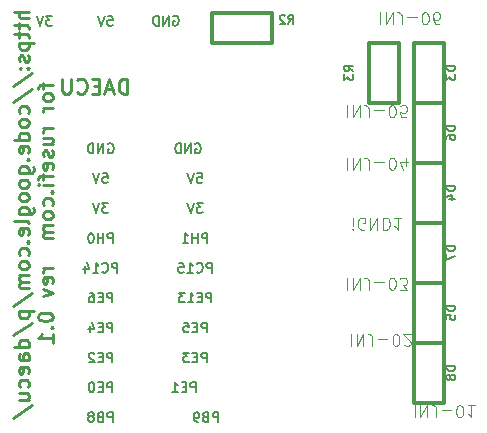
<source format=gbo>
G04 (created by PCBNEW (2013-07-07 BZR 4022)-stable) date 11/10/2013 6:39:55 PM*
%MOIN*%
G04 Gerber Fmt 3.4, Leading zero omitted, Abs format*
%FSLAX34Y34*%
G01*
G70*
G90*
G04 APERTURE LIST*
%ADD10C,0.00590551*%
%ADD11C,0.005*%
%ADD12C,0.01*%
%ADD13C,0.0045*%
%ADD14C,0.012*%
G04 APERTURE END LIST*
G54D10*
G54D11*
X38213Y-47624D02*
X38244Y-47609D01*
X38289Y-47609D01*
X38335Y-47624D01*
X38366Y-47655D01*
X38381Y-47685D01*
X38396Y-47746D01*
X38396Y-47792D01*
X38381Y-47853D01*
X38366Y-47883D01*
X38335Y-47914D01*
X38289Y-47929D01*
X38259Y-47929D01*
X38213Y-47914D01*
X38198Y-47899D01*
X38198Y-47792D01*
X38259Y-47792D01*
X38061Y-47929D02*
X38061Y-47609D01*
X37878Y-47929D01*
X37878Y-47609D01*
X37726Y-47929D02*
X37726Y-47609D01*
X37649Y-47609D01*
X37604Y-47624D01*
X37573Y-47655D01*
X37558Y-47685D01*
X37543Y-47746D01*
X37543Y-47792D01*
X37558Y-47853D01*
X37573Y-47883D01*
X37604Y-47914D01*
X37649Y-47929D01*
X37726Y-47929D01*
X36034Y-47609D02*
X36187Y-47609D01*
X36202Y-47761D01*
X36187Y-47746D01*
X36156Y-47731D01*
X36080Y-47731D01*
X36049Y-47746D01*
X36034Y-47761D01*
X36019Y-47792D01*
X36019Y-47868D01*
X36034Y-47899D01*
X36049Y-47914D01*
X36080Y-47929D01*
X36156Y-47929D01*
X36187Y-47914D01*
X36202Y-47899D01*
X35928Y-47609D02*
X35821Y-47929D01*
X35714Y-47609D01*
X34175Y-47609D02*
X33977Y-47609D01*
X34084Y-47731D01*
X34038Y-47731D01*
X34008Y-47746D01*
X33992Y-47761D01*
X33977Y-47792D01*
X33977Y-47868D01*
X33992Y-47899D01*
X34008Y-47914D01*
X34038Y-47929D01*
X34130Y-47929D01*
X34160Y-47914D01*
X34175Y-47899D01*
X33886Y-47609D02*
X33779Y-47929D01*
X33672Y-47609D01*
X36043Y-51874D02*
X36074Y-51859D01*
X36120Y-51859D01*
X36165Y-51874D01*
X36196Y-51905D01*
X36211Y-51935D01*
X36226Y-51996D01*
X36226Y-52042D01*
X36211Y-52103D01*
X36196Y-52133D01*
X36165Y-52164D01*
X36120Y-52179D01*
X36089Y-52179D01*
X36043Y-52164D01*
X36028Y-52149D01*
X36028Y-52042D01*
X36089Y-52042D01*
X35891Y-52179D02*
X35891Y-51859D01*
X35708Y-52179D01*
X35708Y-51859D01*
X35556Y-52179D02*
X35556Y-51859D01*
X35479Y-51859D01*
X35434Y-51874D01*
X35403Y-51905D01*
X35388Y-51935D01*
X35373Y-51996D01*
X35373Y-52042D01*
X35388Y-52103D01*
X35403Y-52133D01*
X35434Y-52164D01*
X35479Y-52179D01*
X35556Y-52179D01*
X35860Y-52855D02*
X36013Y-52855D01*
X36028Y-53007D01*
X36013Y-52992D01*
X35982Y-52977D01*
X35906Y-52977D01*
X35876Y-52992D01*
X35860Y-53007D01*
X35845Y-53038D01*
X35845Y-53114D01*
X35860Y-53145D01*
X35876Y-53160D01*
X35906Y-53175D01*
X35982Y-53175D01*
X36013Y-53160D01*
X36028Y-53145D01*
X35754Y-52855D02*
X35647Y-53175D01*
X35540Y-52855D01*
X36043Y-53851D02*
X35845Y-53851D01*
X35952Y-53973D01*
X35906Y-53973D01*
X35876Y-53988D01*
X35860Y-54003D01*
X35845Y-54034D01*
X35845Y-54110D01*
X35860Y-54141D01*
X35876Y-54156D01*
X35906Y-54171D01*
X35998Y-54171D01*
X36028Y-54156D01*
X36043Y-54141D01*
X35754Y-53851D02*
X35647Y-54171D01*
X35540Y-53851D01*
X36203Y-55167D02*
X36203Y-54847D01*
X36081Y-54847D01*
X36051Y-54862D01*
X36036Y-54878D01*
X36020Y-54908D01*
X36020Y-54954D01*
X36036Y-54984D01*
X36051Y-54999D01*
X36081Y-55015D01*
X36203Y-55015D01*
X35883Y-55167D02*
X35883Y-54847D01*
X35883Y-54999D02*
X35700Y-54999D01*
X35700Y-55167D02*
X35700Y-54847D01*
X35487Y-54847D02*
X35457Y-54847D01*
X35426Y-54862D01*
X35411Y-54878D01*
X35396Y-54908D01*
X35380Y-54969D01*
X35380Y-55045D01*
X35396Y-55106D01*
X35411Y-55137D01*
X35426Y-55152D01*
X35457Y-55167D01*
X35487Y-55167D01*
X35518Y-55152D01*
X35533Y-55137D01*
X35548Y-55106D01*
X35563Y-55045D01*
X35563Y-54969D01*
X35548Y-54908D01*
X35533Y-54878D01*
X35518Y-54862D01*
X35487Y-54847D01*
X36348Y-56163D02*
X36348Y-55843D01*
X36226Y-55843D01*
X36196Y-55858D01*
X36180Y-55874D01*
X36165Y-55904D01*
X36165Y-55950D01*
X36180Y-55980D01*
X36196Y-55995D01*
X36226Y-56011D01*
X36348Y-56011D01*
X35845Y-56133D02*
X35860Y-56148D01*
X35906Y-56163D01*
X35937Y-56163D01*
X35982Y-56148D01*
X36013Y-56117D01*
X36028Y-56087D01*
X36043Y-56026D01*
X36043Y-55980D01*
X36028Y-55919D01*
X36013Y-55889D01*
X35982Y-55858D01*
X35937Y-55843D01*
X35906Y-55843D01*
X35860Y-55858D01*
X35845Y-55874D01*
X35540Y-56163D02*
X35723Y-56163D01*
X35632Y-56163D02*
X35632Y-55843D01*
X35662Y-55889D01*
X35693Y-55919D01*
X35723Y-55934D01*
X35266Y-55950D02*
X35266Y-56163D01*
X35342Y-55828D02*
X35419Y-56056D01*
X35220Y-56056D01*
X36180Y-57159D02*
X36180Y-56839D01*
X36059Y-56839D01*
X36028Y-56854D01*
X36013Y-56870D01*
X35998Y-56900D01*
X35998Y-56946D01*
X36013Y-56976D01*
X36028Y-56991D01*
X36059Y-57007D01*
X36180Y-57007D01*
X35860Y-56991D02*
X35754Y-56991D01*
X35708Y-57159D02*
X35860Y-57159D01*
X35860Y-56839D01*
X35708Y-56839D01*
X35434Y-56839D02*
X35495Y-56839D01*
X35525Y-56854D01*
X35540Y-56870D01*
X35571Y-56915D01*
X35586Y-56976D01*
X35586Y-57098D01*
X35571Y-57129D01*
X35556Y-57144D01*
X35525Y-57159D01*
X35464Y-57159D01*
X35434Y-57144D01*
X35419Y-57129D01*
X35403Y-57098D01*
X35403Y-57022D01*
X35419Y-56991D01*
X35434Y-56976D01*
X35464Y-56961D01*
X35525Y-56961D01*
X35556Y-56976D01*
X35571Y-56991D01*
X35586Y-57022D01*
X36180Y-58155D02*
X36180Y-57835D01*
X36059Y-57835D01*
X36028Y-57850D01*
X36013Y-57866D01*
X35998Y-57896D01*
X35998Y-57942D01*
X36013Y-57972D01*
X36028Y-57987D01*
X36059Y-58003D01*
X36180Y-58003D01*
X35860Y-57987D02*
X35754Y-57987D01*
X35708Y-58155D02*
X35860Y-58155D01*
X35860Y-57835D01*
X35708Y-57835D01*
X35434Y-57942D02*
X35434Y-58155D01*
X35510Y-57820D02*
X35586Y-58048D01*
X35388Y-58048D01*
X36180Y-59151D02*
X36180Y-58831D01*
X36059Y-58831D01*
X36028Y-58846D01*
X36013Y-58862D01*
X35998Y-58892D01*
X35998Y-58938D01*
X36013Y-58968D01*
X36028Y-58983D01*
X36059Y-58999D01*
X36180Y-58999D01*
X35860Y-58983D02*
X35754Y-58983D01*
X35708Y-59151D02*
X35860Y-59151D01*
X35860Y-58831D01*
X35708Y-58831D01*
X35586Y-58862D02*
X35571Y-58846D01*
X35540Y-58831D01*
X35464Y-58831D01*
X35434Y-58846D01*
X35419Y-58862D01*
X35403Y-58892D01*
X35403Y-58922D01*
X35419Y-58968D01*
X35601Y-59151D01*
X35403Y-59151D01*
X36180Y-60147D02*
X36180Y-59827D01*
X36059Y-59827D01*
X36028Y-59842D01*
X36013Y-59858D01*
X35998Y-59888D01*
X35998Y-59934D01*
X36013Y-59964D01*
X36028Y-59979D01*
X36059Y-59995D01*
X36180Y-59995D01*
X35860Y-59979D02*
X35754Y-59979D01*
X35708Y-60147D02*
X35860Y-60147D01*
X35860Y-59827D01*
X35708Y-59827D01*
X35510Y-59827D02*
X35480Y-59827D01*
X35449Y-59842D01*
X35434Y-59858D01*
X35419Y-59888D01*
X35403Y-59949D01*
X35403Y-60025D01*
X35419Y-60086D01*
X35434Y-60117D01*
X35449Y-60132D01*
X35480Y-60147D01*
X35510Y-60147D01*
X35540Y-60132D01*
X35556Y-60117D01*
X35571Y-60086D01*
X35586Y-60025D01*
X35586Y-59949D01*
X35571Y-59888D01*
X35556Y-59858D01*
X35540Y-59842D01*
X35510Y-59827D01*
X36196Y-61143D02*
X36196Y-60823D01*
X36074Y-60823D01*
X36043Y-60838D01*
X36028Y-60854D01*
X36013Y-60884D01*
X36013Y-60930D01*
X36028Y-60960D01*
X36043Y-60975D01*
X36074Y-60991D01*
X36196Y-60991D01*
X35769Y-60975D02*
X35723Y-60991D01*
X35708Y-61006D01*
X35693Y-61036D01*
X35693Y-61082D01*
X35708Y-61113D01*
X35723Y-61128D01*
X35754Y-61143D01*
X35876Y-61143D01*
X35876Y-60823D01*
X35769Y-60823D01*
X35739Y-60838D01*
X35723Y-60854D01*
X35708Y-60884D01*
X35708Y-60914D01*
X35723Y-60945D01*
X35739Y-60960D01*
X35769Y-60975D01*
X35876Y-60975D01*
X35510Y-60960D02*
X35540Y-60945D01*
X35556Y-60930D01*
X35571Y-60899D01*
X35571Y-60884D01*
X35556Y-60854D01*
X35540Y-60838D01*
X35510Y-60823D01*
X35449Y-60823D01*
X35419Y-60838D01*
X35403Y-60854D01*
X35388Y-60884D01*
X35388Y-60899D01*
X35403Y-60930D01*
X35419Y-60945D01*
X35449Y-60960D01*
X35510Y-60960D01*
X35540Y-60975D01*
X35556Y-60991D01*
X35571Y-61021D01*
X35571Y-61082D01*
X35556Y-61113D01*
X35540Y-61128D01*
X35510Y-61143D01*
X35449Y-61143D01*
X35419Y-61128D01*
X35403Y-61113D01*
X35388Y-61082D01*
X35388Y-61021D01*
X35403Y-60991D01*
X35419Y-60975D01*
X35449Y-60960D01*
X38950Y-51874D02*
X38980Y-51859D01*
X39026Y-51859D01*
X39071Y-51874D01*
X39102Y-51905D01*
X39117Y-51935D01*
X39132Y-51996D01*
X39132Y-52042D01*
X39117Y-52103D01*
X39102Y-52133D01*
X39071Y-52164D01*
X39026Y-52179D01*
X38995Y-52179D01*
X38950Y-52164D01*
X38934Y-52149D01*
X38934Y-52042D01*
X38995Y-52042D01*
X38797Y-52179D02*
X38797Y-51859D01*
X38614Y-52179D01*
X38614Y-51859D01*
X38462Y-52179D02*
X38462Y-51859D01*
X38386Y-51859D01*
X38340Y-51874D01*
X38310Y-51905D01*
X38294Y-51935D01*
X38279Y-51996D01*
X38279Y-52042D01*
X38294Y-52103D01*
X38310Y-52133D01*
X38340Y-52164D01*
X38386Y-52179D01*
X38462Y-52179D01*
X39010Y-52855D02*
X39163Y-52855D01*
X39178Y-53007D01*
X39163Y-52992D01*
X39132Y-52977D01*
X39056Y-52977D01*
X39026Y-52992D01*
X39010Y-53007D01*
X38995Y-53038D01*
X38995Y-53114D01*
X39010Y-53145D01*
X39026Y-53160D01*
X39056Y-53175D01*
X39132Y-53175D01*
X39163Y-53160D01*
X39178Y-53145D01*
X38904Y-52855D02*
X38797Y-53175D01*
X38690Y-52855D01*
X39193Y-53851D02*
X38995Y-53851D01*
X39102Y-53973D01*
X39056Y-53973D01*
X39026Y-53988D01*
X39010Y-54003D01*
X38995Y-54034D01*
X38995Y-54110D01*
X39010Y-54141D01*
X39026Y-54156D01*
X39056Y-54171D01*
X39148Y-54171D01*
X39178Y-54156D01*
X39193Y-54141D01*
X38904Y-53851D02*
X38797Y-54171D01*
X38690Y-53851D01*
X39353Y-55167D02*
X39353Y-54847D01*
X39231Y-54847D01*
X39201Y-54862D01*
X39186Y-54878D01*
X39170Y-54908D01*
X39170Y-54954D01*
X39186Y-54984D01*
X39201Y-54999D01*
X39231Y-55015D01*
X39353Y-55015D01*
X39033Y-55167D02*
X39033Y-54847D01*
X39033Y-54999D02*
X38850Y-54999D01*
X38850Y-55167D02*
X38850Y-54847D01*
X38530Y-55167D02*
X38713Y-55167D01*
X38622Y-55167D02*
X38622Y-54847D01*
X38652Y-54893D01*
X38683Y-54923D01*
X38713Y-54938D01*
X39498Y-56163D02*
X39498Y-55843D01*
X39376Y-55843D01*
X39346Y-55858D01*
X39330Y-55874D01*
X39315Y-55904D01*
X39315Y-55950D01*
X39330Y-55980D01*
X39346Y-55995D01*
X39376Y-56011D01*
X39498Y-56011D01*
X38995Y-56133D02*
X39010Y-56148D01*
X39056Y-56163D01*
X39087Y-56163D01*
X39132Y-56148D01*
X39163Y-56117D01*
X39178Y-56087D01*
X39193Y-56026D01*
X39193Y-55980D01*
X39178Y-55919D01*
X39163Y-55889D01*
X39132Y-55858D01*
X39087Y-55843D01*
X39056Y-55843D01*
X39010Y-55858D01*
X38995Y-55874D01*
X38690Y-56163D02*
X38873Y-56163D01*
X38782Y-56163D02*
X38782Y-55843D01*
X38812Y-55889D01*
X38843Y-55919D01*
X38873Y-55934D01*
X38401Y-55843D02*
X38553Y-55843D01*
X38569Y-55995D01*
X38553Y-55980D01*
X38523Y-55965D01*
X38447Y-55965D01*
X38416Y-55980D01*
X38401Y-55995D01*
X38386Y-56026D01*
X38386Y-56102D01*
X38401Y-56133D01*
X38416Y-56148D01*
X38447Y-56163D01*
X38523Y-56163D01*
X38553Y-56148D01*
X38569Y-56133D01*
X39483Y-57159D02*
X39483Y-56839D01*
X39361Y-56839D01*
X39330Y-56854D01*
X39315Y-56870D01*
X39300Y-56900D01*
X39300Y-56946D01*
X39315Y-56976D01*
X39330Y-56991D01*
X39361Y-57007D01*
X39483Y-57007D01*
X39163Y-56991D02*
X39056Y-56991D01*
X39010Y-57159D02*
X39163Y-57159D01*
X39163Y-56839D01*
X39010Y-56839D01*
X38706Y-57159D02*
X38889Y-57159D01*
X38797Y-57159D02*
X38797Y-56839D01*
X38828Y-56885D01*
X38858Y-56915D01*
X38889Y-56930D01*
X38599Y-56839D02*
X38401Y-56839D01*
X38508Y-56961D01*
X38462Y-56961D01*
X38431Y-56976D01*
X38416Y-56991D01*
X38401Y-57022D01*
X38401Y-57098D01*
X38416Y-57129D01*
X38431Y-57144D01*
X38462Y-57159D01*
X38553Y-57159D01*
X38584Y-57144D01*
X38599Y-57129D01*
X39330Y-58155D02*
X39330Y-57835D01*
X39209Y-57835D01*
X39178Y-57850D01*
X39163Y-57866D01*
X39148Y-57896D01*
X39148Y-57942D01*
X39163Y-57972D01*
X39178Y-57987D01*
X39209Y-58003D01*
X39330Y-58003D01*
X39010Y-57987D02*
X38904Y-57987D01*
X38858Y-58155D02*
X39010Y-58155D01*
X39010Y-57835D01*
X38858Y-57835D01*
X38569Y-57835D02*
X38721Y-57835D01*
X38736Y-57987D01*
X38721Y-57972D01*
X38690Y-57957D01*
X38614Y-57957D01*
X38584Y-57972D01*
X38569Y-57987D01*
X38553Y-58018D01*
X38553Y-58094D01*
X38569Y-58125D01*
X38584Y-58140D01*
X38614Y-58155D01*
X38690Y-58155D01*
X38721Y-58140D01*
X38736Y-58125D01*
X39330Y-59151D02*
X39330Y-58831D01*
X39209Y-58831D01*
X39178Y-58846D01*
X39163Y-58862D01*
X39148Y-58892D01*
X39148Y-58938D01*
X39163Y-58968D01*
X39178Y-58983D01*
X39209Y-58999D01*
X39330Y-58999D01*
X39010Y-58983D02*
X38904Y-58983D01*
X38858Y-59151D02*
X39010Y-59151D01*
X39010Y-58831D01*
X38858Y-58831D01*
X38751Y-58831D02*
X38553Y-58831D01*
X38660Y-58953D01*
X38614Y-58953D01*
X38584Y-58968D01*
X38569Y-58983D01*
X38553Y-59014D01*
X38553Y-59090D01*
X38569Y-59121D01*
X38584Y-59136D01*
X38614Y-59151D01*
X38706Y-59151D01*
X38736Y-59136D01*
X38751Y-59121D01*
X38965Y-60147D02*
X38965Y-59827D01*
X38843Y-59827D01*
X38812Y-59842D01*
X38797Y-59858D01*
X38782Y-59888D01*
X38782Y-59934D01*
X38797Y-59964D01*
X38812Y-59979D01*
X38843Y-59995D01*
X38965Y-59995D01*
X38645Y-59979D02*
X38538Y-59979D01*
X38492Y-60147D02*
X38645Y-60147D01*
X38645Y-59827D01*
X38492Y-59827D01*
X38188Y-60147D02*
X38370Y-60147D01*
X38279Y-60147D02*
X38279Y-59827D01*
X38310Y-59873D01*
X38340Y-59903D01*
X38370Y-59918D01*
X39711Y-61143D02*
X39711Y-60823D01*
X39589Y-60823D01*
X39559Y-60838D01*
X39544Y-60854D01*
X39529Y-60884D01*
X39529Y-60930D01*
X39544Y-60960D01*
X39559Y-60975D01*
X39589Y-60991D01*
X39711Y-60991D01*
X39285Y-60975D02*
X39239Y-60991D01*
X39224Y-61006D01*
X39209Y-61036D01*
X39209Y-61082D01*
X39224Y-61113D01*
X39239Y-61128D01*
X39269Y-61143D01*
X39391Y-61143D01*
X39391Y-60823D01*
X39285Y-60823D01*
X39254Y-60838D01*
X39239Y-60854D01*
X39224Y-60884D01*
X39224Y-60914D01*
X39239Y-60945D01*
X39254Y-60960D01*
X39285Y-60975D01*
X39391Y-60975D01*
X39056Y-61143D02*
X38995Y-61143D01*
X38965Y-61128D01*
X38949Y-61113D01*
X38919Y-61067D01*
X38904Y-61006D01*
X38904Y-60884D01*
X38919Y-60854D01*
X38934Y-60838D01*
X38965Y-60823D01*
X39026Y-60823D01*
X39056Y-60838D01*
X39071Y-60854D01*
X39087Y-60884D01*
X39087Y-60960D01*
X39071Y-60991D01*
X39056Y-61006D01*
X39026Y-61021D01*
X38965Y-61021D01*
X38934Y-61006D01*
X38919Y-60991D01*
X38904Y-60960D01*
G54D12*
X36683Y-50202D02*
X36683Y-49702D01*
X36564Y-49702D01*
X36492Y-49726D01*
X36445Y-49773D01*
X36421Y-49821D01*
X36397Y-49916D01*
X36397Y-49988D01*
X36421Y-50083D01*
X36445Y-50130D01*
X36492Y-50178D01*
X36564Y-50202D01*
X36683Y-50202D01*
X36207Y-50059D02*
X35969Y-50059D01*
X36254Y-50202D02*
X36088Y-49702D01*
X35921Y-50202D01*
X35754Y-49940D02*
X35588Y-49940D01*
X35516Y-50202D02*
X35754Y-50202D01*
X35754Y-49702D01*
X35516Y-49702D01*
X35016Y-50154D02*
X35040Y-50178D01*
X35111Y-50202D01*
X35159Y-50202D01*
X35230Y-50178D01*
X35278Y-50130D01*
X35302Y-50083D01*
X35326Y-49988D01*
X35326Y-49916D01*
X35302Y-49821D01*
X35278Y-49773D01*
X35230Y-49726D01*
X35159Y-49702D01*
X35111Y-49702D01*
X35040Y-49726D01*
X35016Y-49750D01*
X34802Y-49702D02*
X34802Y-50107D01*
X34778Y-50154D01*
X34754Y-50178D01*
X34707Y-50202D01*
X34611Y-50202D01*
X34564Y-50178D01*
X34540Y-50154D01*
X34516Y-50107D01*
X34516Y-49702D01*
X33402Y-47473D02*
X32902Y-47473D01*
X33402Y-47688D02*
X33140Y-47688D01*
X33092Y-47664D01*
X33069Y-47616D01*
X33069Y-47545D01*
X33092Y-47497D01*
X33116Y-47473D01*
X33069Y-47854D02*
X33069Y-48045D01*
X32902Y-47926D02*
X33330Y-47926D01*
X33378Y-47950D01*
X33402Y-47997D01*
X33402Y-48045D01*
X33069Y-48140D02*
X33069Y-48330D01*
X32902Y-48211D02*
X33330Y-48211D01*
X33378Y-48235D01*
X33402Y-48283D01*
X33402Y-48330D01*
X33069Y-48497D02*
X33569Y-48497D01*
X33092Y-48497D02*
X33069Y-48545D01*
X33069Y-48640D01*
X33092Y-48688D01*
X33116Y-48711D01*
X33164Y-48735D01*
X33307Y-48735D01*
X33354Y-48711D01*
X33378Y-48688D01*
X33402Y-48640D01*
X33402Y-48545D01*
X33378Y-48497D01*
X33378Y-48926D02*
X33402Y-48973D01*
X33402Y-49069D01*
X33378Y-49116D01*
X33330Y-49140D01*
X33307Y-49140D01*
X33259Y-49116D01*
X33235Y-49069D01*
X33235Y-48997D01*
X33211Y-48950D01*
X33164Y-48926D01*
X33140Y-48926D01*
X33092Y-48950D01*
X33069Y-48997D01*
X33069Y-49069D01*
X33092Y-49116D01*
X33354Y-49354D02*
X33378Y-49378D01*
X33402Y-49354D01*
X33378Y-49330D01*
X33354Y-49354D01*
X33402Y-49354D01*
X33092Y-49354D02*
X33116Y-49378D01*
X33140Y-49354D01*
X33116Y-49330D01*
X33092Y-49354D01*
X33140Y-49354D01*
X32878Y-49950D02*
X33521Y-49521D01*
X32878Y-50473D02*
X33521Y-50045D01*
X33378Y-50854D02*
X33402Y-50807D01*
X33402Y-50711D01*
X33378Y-50664D01*
X33354Y-50640D01*
X33307Y-50616D01*
X33164Y-50616D01*
X33116Y-50640D01*
X33092Y-50664D01*
X33069Y-50711D01*
X33069Y-50807D01*
X33092Y-50854D01*
X33402Y-51140D02*
X33378Y-51092D01*
X33354Y-51069D01*
X33307Y-51045D01*
X33164Y-51045D01*
X33116Y-51069D01*
X33092Y-51092D01*
X33069Y-51140D01*
X33069Y-51211D01*
X33092Y-51259D01*
X33116Y-51283D01*
X33164Y-51307D01*
X33307Y-51307D01*
X33354Y-51283D01*
X33378Y-51259D01*
X33402Y-51211D01*
X33402Y-51140D01*
X33402Y-51735D02*
X32902Y-51735D01*
X33378Y-51735D02*
X33402Y-51688D01*
X33402Y-51592D01*
X33378Y-51545D01*
X33354Y-51521D01*
X33307Y-51497D01*
X33164Y-51497D01*
X33116Y-51521D01*
X33092Y-51545D01*
X33069Y-51592D01*
X33069Y-51688D01*
X33092Y-51735D01*
X33378Y-52164D02*
X33402Y-52116D01*
X33402Y-52021D01*
X33378Y-51973D01*
X33330Y-51950D01*
X33140Y-51950D01*
X33092Y-51973D01*
X33069Y-52021D01*
X33069Y-52116D01*
X33092Y-52164D01*
X33140Y-52188D01*
X33188Y-52188D01*
X33235Y-51950D01*
X33354Y-52402D02*
X33378Y-52426D01*
X33402Y-52402D01*
X33378Y-52378D01*
X33354Y-52402D01*
X33402Y-52402D01*
X33069Y-52854D02*
X33473Y-52854D01*
X33521Y-52830D01*
X33545Y-52807D01*
X33569Y-52759D01*
X33569Y-52688D01*
X33545Y-52640D01*
X33378Y-52854D02*
X33402Y-52807D01*
X33402Y-52711D01*
X33378Y-52664D01*
X33354Y-52640D01*
X33307Y-52616D01*
X33164Y-52616D01*
X33116Y-52640D01*
X33092Y-52664D01*
X33069Y-52711D01*
X33069Y-52807D01*
X33092Y-52854D01*
X33402Y-53164D02*
X33378Y-53116D01*
X33354Y-53092D01*
X33307Y-53069D01*
X33164Y-53069D01*
X33116Y-53092D01*
X33092Y-53116D01*
X33069Y-53164D01*
X33069Y-53235D01*
X33092Y-53283D01*
X33116Y-53307D01*
X33164Y-53330D01*
X33307Y-53330D01*
X33354Y-53307D01*
X33378Y-53283D01*
X33402Y-53235D01*
X33402Y-53164D01*
X33402Y-53616D02*
X33378Y-53569D01*
X33354Y-53545D01*
X33307Y-53521D01*
X33164Y-53521D01*
X33116Y-53545D01*
X33092Y-53569D01*
X33069Y-53616D01*
X33069Y-53688D01*
X33092Y-53735D01*
X33116Y-53759D01*
X33164Y-53783D01*
X33307Y-53783D01*
X33354Y-53759D01*
X33378Y-53735D01*
X33402Y-53688D01*
X33402Y-53616D01*
X33069Y-54211D02*
X33473Y-54211D01*
X33521Y-54188D01*
X33545Y-54164D01*
X33569Y-54116D01*
X33569Y-54045D01*
X33545Y-53997D01*
X33378Y-54211D02*
X33402Y-54164D01*
X33402Y-54069D01*
X33378Y-54021D01*
X33354Y-53997D01*
X33307Y-53973D01*
X33164Y-53973D01*
X33116Y-53997D01*
X33092Y-54021D01*
X33069Y-54069D01*
X33069Y-54164D01*
X33092Y-54211D01*
X33402Y-54521D02*
X33378Y-54473D01*
X33330Y-54450D01*
X32902Y-54450D01*
X33378Y-54902D02*
X33402Y-54854D01*
X33402Y-54759D01*
X33378Y-54711D01*
X33330Y-54688D01*
X33140Y-54688D01*
X33092Y-54711D01*
X33069Y-54759D01*
X33069Y-54854D01*
X33092Y-54902D01*
X33140Y-54926D01*
X33188Y-54926D01*
X33235Y-54688D01*
X33354Y-55140D02*
X33378Y-55164D01*
X33402Y-55140D01*
X33378Y-55116D01*
X33354Y-55140D01*
X33402Y-55140D01*
X33378Y-55592D02*
X33402Y-55545D01*
X33402Y-55450D01*
X33378Y-55402D01*
X33354Y-55378D01*
X33307Y-55354D01*
X33164Y-55354D01*
X33116Y-55378D01*
X33092Y-55402D01*
X33069Y-55450D01*
X33069Y-55545D01*
X33092Y-55592D01*
X33402Y-55878D02*
X33378Y-55830D01*
X33354Y-55807D01*
X33307Y-55783D01*
X33164Y-55783D01*
X33116Y-55807D01*
X33092Y-55830D01*
X33069Y-55878D01*
X33069Y-55950D01*
X33092Y-55997D01*
X33116Y-56021D01*
X33164Y-56045D01*
X33307Y-56045D01*
X33354Y-56021D01*
X33378Y-55997D01*
X33402Y-55950D01*
X33402Y-55878D01*
X33402Y-56259D02*
X33069Y-56259D01*
X33116Y-56259D02*
X33092Y-56283D01*
X33069Y-56330D01*
X33069Y-56402D01*
X33092Y-56450D01*
X33140Y-56473D01*
X33402Y-56473D01*
X33140Y-56473D02*
X33092Y-56497D01*
X33069Y-56545D01*
X33069Y-56616D01*
X33092Y-56664D01*
X33140Y-56688D01*
X33402Y-56688D01*
X32878Y-57283D02*
X33521Y-56854D01*
X33069Y-57450D02*
X33569Y-57450D01*
X33092Y-57450D02*
X33069Y-57497D01*
X33069Y-57592D01*
X33092Y-57640D01*
X33116Y-57664D01*
X33164Y-57688D01*
X33307Y-57688D01*
X33354Y-57664D01*
X33378Y-57640D01*
X33402Y-57592D01*
X33402Y-57497D01*
X33378Y-57450D01*
X32878Y-58259D02*
X33521Y-57830D01*
X33402Y-58640D02*
X32902Y-58640D01*
X33378Y-58640D02*
X33402Y-58592D01*
X33402Y-58497D01*
X33378Y-58450D01*
X33354Y-58426D01*
X33307Y-58402D01*
X33164Y-58402D01*
X33116Y-58426D01*
X33092Y-58450D01*
X33069Y-58497D01*
X33069Y-58592D01*
X33092Y-58640D01*
X33402Y-59092D02*
X33140Y-59092D01*
X33092Y-59069D01*
X33069Y-59021D01*
X33069Y-58926D01*
X33092Y-58878D01*
X33378Y-59092D02*
X33402Y-59045D01*
X33402Y-58926D01*
X33378Y-58878D01*
X33330Y-58854D01*
X33283Y-58854D01*
X33235Y-58878D01*
X33211Y-58926D01*
X33211Y-59045D01*
X33188Y-59092D01*
X33378Y-59521D02*
X33402Y-59473D01*
X33402Y-59378D01*
X33378Y-59330D01*
X33330Y-59307D01*
X33140Y-59307D01*
X33092Y-59330D01*
X33069Y-59378D01*
X33069Y-59473D01*
X33092Y-59521D01*
X33140Y-59545D01*
X33188Y-59545D01*
X33235Y-59307D01*
X33378Y-59973D02*
X33402Y-59926D01*
X33402Y-59830D01*
X33378Y-59783D01*
X33354Y-59759D01*
X33307Y-59735D01*
X33164Y-59735D01*
X33116Y-59759D01*
X33092Y-59783D01*
X33069Y-59830D01*
X33069Y-59926D01*
X33092Y-59973D01*
X33069Y-60402D02*
X33402Y-60402D01*
X33069Y-60188D02*
X33330Y-60188D01*
X33378Y-60211D01*
X33402Y-60259D01*
X33402Y-60330D01*
X33378Y-60378D01*
X33354Y-60402D01*
X32878Y-60997D02*
X33521Y-60569D01*
X33869Y-49854D02*
X33869Y-50045D01*
X34202Y-49926D02*
X33773Y-49926D01*
X33726Y-49950D01*
X33702Y-49997D01*
X33702Y-50045D01*
X34202Y-50283D02*
X34178Y-50235D01*
X34154Y-50211D01*
X34107Y-50188D01*
X33964Y-50188D01*
X33916Y-50211D01*
X33892Y-50235D01*
X33869Y-50283D01*
X33869Y-50354D01*
X33892Y-50402D01*
X33916Y-50426D01*
X33964Y-50450D01*
X34107Y-50450D01*
X34154Y-50426D01*
X34178Y-50402D01*
X34202Y-50354D01*
X34202Y-50283D01*
X34202Y-50664D02*
X33869Y-50664D01*
X33964Y-50664D02*
X33916Y-50688D01*
X33892Y-50711D01*
X33869Y-50759D01*
X33869Y-50807D01*
X34202Y-51354D02*
X33869Y-51354D01*
X33964Y-51354D02*
X33916Y-51378D01*
X33892Y-51402D01*
X33869Y-51450D01*
X33869Y-51497D01*
X33869Y-51878D02*
X34202Y-51878D01*
X33869Y-51664D02*
X34130Y-51664D01*
X34178Y-51688D01*
X34202Y-51735D01*
X34202Y-51807D01*
X34178Y-51854D01*
X34154Y-51878D01*
X34178Y-52092D02*
X34202Y-52140D01*
X34202Y-52235D01*
X34178Y-52283D01*
X34130Y-52307D01*
X34107Y-52307D01*
X34059Y-52283D01*
X34035Y-52235D01*
X34035Y-52164D01*
X34011Y-52116D01*
X33964Y-52092D01*
X33940Y-52092D01*
X33892Y-52116D01*
X33869Y-52164D01*
X33869Y-52235D01*
X33892Y-52283D01*
X34178Y-52711D02*
X34202Y-52664D01*
X34202Y-52569D01*
X34178Y-52521D01*
X34130Y-52497D01*
X33940Y-52497D01*
X33892Y-52521D01*
X33869Y-52569D01*
X33869Y-52664D01*
X33892Y-52711D01*
X33940Y-52735D01*
X33988Y-52735D01*
X34035Y-52497D01*
X33869Y-52878D02*
X33869Y-53069D01*
X34202Y-52950D02*
X33773Y-52950D01*
X33726Y-52973D01*
X33702Y-53021D01*
X33702Y-53069D01*
X34202Y-53235D02*
X33869Y-53235D01*
X33702Y-53235D02*
X33726Y-53211D01*
X33750Y-53235D01*
X33726Y-53259D01*
X33702Y-53235D01*
X33750Y-53235D01*
X34154Y-53473D02*
X34178Y-53497D01*
X34202Y-53473D01*
X34178Y-53450D01*
X34154Y-53473D01*
X34202Y-53473D01*
X34178Y-53926D02*
X34202Y-53878D01*
X34202Y-53783D01*
X34178Y-53735D01*
X34154Y-53711D01*
X34107Y-53688D01*
X33964Y-53688D01*
X33916Y-53711D01*
X33892Y-53735D01*
X33869Y-53783D01*
X33869Y-53878D01*
X33892Y-53926D01*
X34202Y-54211D02*
X34178Y-54164D01*
X34154Y-54140D01*
X34107Y-54116D01*
X33964Y-54116D01*
X33916Y-54140D01*
X33892Y-54164D01*
X33869Y-54211D01*
X33869Y-54283D01*
X33892Y-54330D01*
X33916Y-54354D01*
X33964Y-54378D01*
X34107Y-54378D01*
X34154Y-54354D01*
X34178Y-54330D01*
X34202Y-54283D01*
X34202Y-54211D01*
X34202Y-54592D02*
X33869Y-54592D01*
X33916Y-54592D02*
X33892Y-54616D01*
X33869Y-54664D01*
X33869Y-54735D01*
X33892Y-54783D01*
X33940Y-54807D01*
X34202Y-54807D01*
X33940Y-54807D02*
X33892Y-54830D01*
X33869Y-54878D01*
X33869Y-54950D01*
X33892Y-54997D01*
X33940Y-55021D01*
X34202Y-55021D01*
X34202Y-56021D02*
X33869Y-56021D01*
X33964Y-56021D02*
X33916Y-56045D01*
X33892Y-56069D01*
X33869Y-56116D01*
X33869Y-56164D01*
X34178Y-56521D02*
X34202Y-56473D01*
X34202Y-56378D01*
X34178Y-56330D01*
X34130Y-56307D01*
X33940Y-56307D01*
X33892Y-56330D01*
X33869Y-56378D01*
X33869Y-56473D01*
X33892Y-56521D01*
X33940Y-56545D01*
X33988Y-56545D01*
X34035Y-56307D01*
X33869Y-56711D02*
X34202Y-56830D01*
X33869Y-56949D01*
X33702Y-57616D02*
X33702Y-57664D01*
X33726Y-57711D01*
X33750Y-57735D01*
X33797Y-57759D01*
X33892Y-57783D01*
X34011Y-57783D01*
X34107Y-57759D01*
X34154Y-57735D01*
X34178Y-57711D01*
X34202Y-57664D01*
X34202Y-57616D01*
X34178Y-57569D01*
X34154Y-57545D01*
X34107Y-57521D01*
X34011Y-57497D01*
X33892Y-57497D01*
X33797Y-57521D01*
X33750Y-57545D01*
X33726Y-57569D01*
X33702Y-57616D01*
X34154Y-57997D02*
X34178Y-58021D01*
X34202Y-57997D01*
X34178Y-57973D01*
X34154Y-57997D01*
X34202Y-57997D01*
X34202Y-58497D02*
X34202Y-58211D01*
X34202Y-58354D02*
X33702Y-58354D01*
X33773Y-58307D01*
X33821Y-58259D01*
X33845Y-58211D01*
G54D13*
X44009Y-52338D02*
X44009Y-52738D01*
X44200Y-52338D02*
X44200Y-52738D01*
X44428Y-52338D01*
X44428Y-52738D01*
X44733Y-52738D02*
X44733Y-52452D01*
X44714Y-52395D01*
X44676Y-52357D01*
X44619Y-52338D01*
X44580Y-52338D01*
X44923Y-52490D02*
X45228Y-52490D01*
X45495Y-52738D02*
X45533Y-52738D01*
X45571Y-52719D01*
X45590Y-52700D01*
X45609Y-52661D01*
X45628Y-52585D01*
X45628Y-52490D01*
X45609Y-52414D01*
X45590Y-52376D01*
X45571Y-52357D01*
X45533Y-52338D01*
X45495Y-52338D01*
X45457Y-52357D01*
X45438Y-52376D01*
X45419Y-52414D01*
X45400Y-52490D01*
X45400Y-52585D01*
X45419Y-52661D01*
X45438Y-52700D01*
X45457Y-52719D01*
X45495Y-52738D01*
X45971Y-52604D02*
X45971Y-52338D01*
X45876Y-52757D02*
X45780Y-52471D01*
X46028Y-52471D01*
X44009Y-50588D02*
X44009Y-50988D01*
X44200Y-50588D02*
X44200Y-50988D01*
X44428Y-50588D01*
X44428Y-50988D01*
X44733Y-50988D02*
X44733Y-50702D01*
X44714Y-50645D01*
X44676Y-50607D01*
X44619Y-50588D01*
X44580Y-50588D01*
X44923Y-50740D02*
X45228Y-50740D01*
X45495Y-50988D02*
X45533Y-50988D01*
X45571Y-50969D01*
X45590Y-50950D01*
X45609Y-50911D01*
X45628Y-50835D01*
X45628Y-50740D01*
X45609Y-50664D01*
X45590Y-50626D01*
X45571Y-50607D01*
X45533Y-50588D01*
X45495Y-50588D01*
X45457Y-50607D01*
X45438Y-50626D01*
X45419Y-50664D01*
X45400Y-50740D01*
X45400Y-50835D01*
X45419Y-50911D01*
X45438Y-50950D01*
X45457Y-50969D01*
X45495Y-50988D01*
X45990Y-50988D02*
X45800Y-50988D01*
X45780Y-50797D01*
X45800Y-50816D01*
X45838Y-50835D01*
X45933Y-50835D01*
X45971Y-50816D01*
X45990Y-50797D01*
X46009Y-50759D01*
X46009Y-50664D01*
X45990Y-50626D01*
X45971Y-50607D01*
X45933Y-50588D01*
X45838Y-50588D01*
X45800Y-50607D01*
X45780Y-50626D01*
X45109Y-47488D02*
X45109Y-47888D01*
X45300Y-47488D02*
X45300Y-47888D01*
X45528Y-47488D01*
X45528Y-47888D01*
X45833Y-47888D02*
X45833Y-47602D01*
X45814Y-47545D01*
X45776Y-47507D01*
X45719Y-47488D01*
X45680Y-47488D01*
X46023Y-47640D02*
X46328Y-47640D01*
X46595Y-47888D02*
X46633Y-47888D01*
X46671Y-47869D01*
X46690Y-47850D01*
X46709Y-47811D01*
X46728Y-47735D01*
X46728Y-47640D01*
X46709Y-47564D01*
X46690Y-47526D01*
X46671Y-47507D01*
X46633Y-47488D01*
X46595Y-47488D01*
X46557Y-47507D01*
X46538Y-47526D01*
X46519Y-47564D01*
X46500Y-47640D01*
X46500Y-47735D01*
X46519Y-47811D01*
X46538Y-47850D01*
X46557Y-47869D01*
X46595Y-47888D01*
X47071Y-47888D02*
X46995Y-47888D01*
X46957Y-47869D01*
X46938Y-47850D01*
X46900Y-47792D01*
X46880Y-47716D01*
X46880Y-47564D01*
X46900Y-47526D01*
X46919Y-47507D01*
X46957Y-47488D01*
X47033Y-47488D01*
X47071Y-47507D01*
X47090Y-47526D01*
X47109Y-47564D01*
X47109Y-47659D01*
X47090Y-47697D01*
X47071Y-47716D01*
X47033Y-47735D01*
X46957Y-47735D01*
X46919Y-47716D01*
X46900Y-47697D01*
X46880Y-47659D01*
X44009Y-56338D02*
X44009Y-56738D01*
X44200Y-56338D02*
X44200Y-56738D01*
X44428Y-56338D01*
X44428Y-56738D01*
X44733Y-56738D02*
X44733Y-56452D01*
X44714Y-56395D01*
X44676Y-56357D01*
X44619Y-56338D01*
X44580Y-56338D01*
X44923Y-56490D02*
X45228Y-56490D01*
X45495Y-56738D02*
X45533Y-56738D01*
X45571Y-56719D01*
X45590Y-56700D01*
X45609Y-56661D01*
X45628Y-56585D01*
X45628Y-56490D01*
X45609Y-56414D01*
X45590Y-56376D01*
X45571Y-56357D01*
X45533Y-56338D01*
X45495Y-56338D01*
X45457Y-56357D01*
X45438Y-56376D01*
X45419Y-56414D01*
X45400Y-56490D01*
X45400Y-56585D01*
X45419Y-56661D01*
X45438Y-56700D01*
X45457Y-56719D01*
X45495Y-56738D01*
X45761Y-56738D02*
X46009Y-56738D01*
X45876Y-56585D01*
X45933Y-56585D01*
X45971Y-56566D01*
X45990Y-56547D01*
X46009Y-56509D01*
X46009Y-56414D01*
X45990Y-56376D01*
X45971Y-56357D01*
X45933Y-56338D01*
X45819Y-56338D01*
X45780Y-56357D01*
X45761Y-56376D01*
X44200Y-54338D02*
X44200Y-54604D01*
X44200Y-54738D02*
X44180Y-54719D01*
X44200Y-54700D01*
X44219Y-54719D01*
X44200Y-54738D01*
X44200Y-54700D01*
X44600Y-54719D02*
X44561Y-54738D01*
X44504Y-54738D01*
X44447Y-54719D01*
X44409Y-54680D01*
X44390Y-54642D01*
X44371Y-54566D01*
X44371Y-54509D01*
X44390Y-54433D01*
X44409Y-54395D01*
X44447Y-54357D01*
X44504Y-54338D01*
X44542Y-54338D01*
X44600Y-54357D01*
X44619Y-54376D01*
X44619Y-54509D01*
X44542Y-54509D01*
X44790Y-54338D02*
X44790Y-54738D01*
X45019Y-54338D01*
X45019Y-54738D01*
X45209Y-54338D02*
X45209Y-54738D01*
X45304Y-54738D01*
X45361Y-54719D01*
X45400Y-54680D01*
X45419Y-54642D01*
X45438Y-54566D01*
X45438Y-54509D01*
X45419Y-54433D01*
X45400Y-54395D01*
X45361Y-54357D01*
X45304Y-54338D01*
X45209Y-54338D01*
X45819Y-54338D02*
X45590Y-54338D01*
X45704Y-54338D02*
X45704Y-54738D01*
X45666Y-54680D01*
X45628Y-54642D01*
X45590Y-54623D01*
X44134Y-58213D02*
X44134Y-58613D01*
X44325Y-58213D02*
X44325Y-58613D01*
X44553Y-58213D01*
X44553Y-58613D01*
X44858Y-58613D02*
X44858Y-58327D01*
X44839Y-58270D01*
X44801Y-58232D01*
X44744Y-58213D01*
X44705Y-58213D01*
X45048Y-58365D02*
X45353Y-58365D01*
X45620Y-58613D02*
X45658Y-58613D01*
X45696Y-58594D01*
X45715Y-58575D01*
X45734Y-58536D01*
X45753Y-58460D01*
X45753Y-58365D01*
X45734Y-58289D01*
X45715Y-58251D01*
X45696Y-58232D01*
X45658Y-58213D01*
X45620Y-58213D01*
X45582Y-58232D01*
X45563Y-58251D01*
X45544Y-58289D01*
X45525Y-58365D01*
X45525Y-58460D01*
X45544Y-58536D01*
X45563Y-58575D01*
X45582Y-58594D01*
X45620Y-58613D01*
X45905Y-58575D02*
X45925Y-58594D01*
X45963Y-58613D01*
X46058Y-58613D01*
X46096Y-58594D01*
X46115Y-58575D01*
X46134Y-58536D01*
X46134Y-58498D01*
X46115Y-58441D01*
X45886Y-58213D01*
X46134Y-58213D01*
X46259Y-60588D02*
X46259Y-60988D01*
X46450Y-60588D02*
X46450Y-60988D01*
X46678Y-60588D01*
X46678Y-60988D01*
X46983Y-60988D02*
X46983Y-60702D01*
X46964Y-60645D01*
X46926Y-60607D01*
X46869Y-60588D01*
X46830Y-60588D01*
X47173Y-60740D02*
X47478Y-60740D01*
X47745Y-60988D02*
X47783Y-60988D01*
X47821Y-60969D01*
X47840Y-60950D01*
X47859Y-60911D01*
X47878Y-60835D01*
X47878Y-60740D01*
X47859Y-60664D01*
X47840Y-60626D01*
X47821Y-60607D01*
X47783Y-60588D01*
X47745Y-60588D01*
X47707Y-60607D01*
X47688Y-60626D01*
X47669Y-60664D01*
X47650Y-60740D01*
X47650Y-60835D01*
X47669Y-60911D01*
X47688Y-60950D01*
X47707Y-60969D01*
X47745Y-60988D01*
X48259Y-60588D02*
X48030Y-60588D01*
X48145Y-60588D02*
X48145Y-60988D01*
X48107Y-60930D01*
X48069Y-60892D01*
X48030Y-60873D01*
G54D14*
X46250Y-50500D02*
X47250Y-50500D01*
X47250Y-50500D02*
X47250Y-48500D01*
X47250Y-48500D02*
X46250Y-48500D01*
X46250Y-48500D02*
X46250Y-50500D01*
X46250Y-52500D02*
X47250Y-52500D01*
X47250Y-52500D02*
X47250Y-50500D01*
X47250Y-50500D02*
X46250Y-50500D01*
X46250Y-50500D02*
X46250Y-52500D01*
X46250Y-54500D02*
X47250Y-54500D01*
X47250Y-54500D02*
X47250Y-52500D01*
X47250Y-52500D02*
X46250Y-52500D01*
X46250Y-52500D02*
X46250Y-54500D01*
X47250Y-54500D02*
X46250Y-54500D01*
X46250Y-54500D02*
X46250Y-56500D01*
X46250Y-56500D02*
X47250Y-56500D01*
X47250Y-56500D02*
X47250Y-54500D01*
X47250Y-56500D02*
X46250Y-56500D01*
X46250Y-56500D02*
X46250Y-58500D01*
X46250Y-58500D02*
X47250Y-58500D01*
X47250Y-58500D02*
X47250Y-56500D01*
X47250Y-58500D02*
X46250Y-58500D01*
X46250Y-58500D02*
X46250Y-60500D01*
X46250Y-60500D02*
X47250Y-60500D01*
X47250Y-60500D02*
X47250Y-58500D01*
X41500Y-48500D02*
X41500Y-47500D01*
X41500Y-47500D02*
X39500Y-47500D01*
X39500Y-47500D02*
X39500Y-48500D01*
X39500Y-48500D02*
X41500Y-48500D01*
X45750Y-48500D02*
X44750Y-48500D01*
X44750Y-48500D02*
X44750Y-50500D01*
X44750Y-50500D02*
X45750Y-50500D01*
X45750Y-50500D02*
X45750Y-48500D01*
G54D11*
X47621Y-49278D02*
X47321Y-49278D01*
X47321Y-49350D01*
X47335Y-49392D01*
X47364Y-49421D01*
X47392Y-49435D01*
X47450Y-49450D01*
X47492Y-49450D01*
X47550Y-49435D01*
X47578Y-49421D01*
X47607Y-49392D01*
X47621Y-49350D01*
X47621Y-49278D01*
X47321Y-49550D02*
X47321Y-49735D01*
X47435Y-49635D01*
X47435Y-49678D01*
X47450Y-49707D01*
X47464Y-49721D01*
X47492Y-49735D01*
X47564Y-49735D01*
X47592Y-49721D01*
X47607Y-49707D01*
X47621Y-49678D01*
X47621Y-49592D01*
X47607Y-49564D01*
X47592Y-49550D01*
X47621Y-51278D02*
X47321Y-51278D01*
X47321Y-51350D01*
X47335Y-51392D01*
X47364Y-51421D01*
X47392Y-51435D01*
X47450Y-51450D01*
X47492Y-51450D01*
X47550Y-51435D01*
X47578Y-51421D01*
X47607Y-51392D01*
X47621Y-51350D01*
X47621Y-51278D01*
X47321Y-51707D02*
X47321Y-51650D01*
X47335Y-51621D01*
X47350Y-51607D01*
X47392Y-51578D01*
X47450Y-51564D01*
X47564Y-51564D01*
X47592Y-51578D01*
X47607Y-51592D01*
X47621Y-51621D01*
X47621Y-51678D01*
X47607Y-51707D01*
X47592Y-51721D01*
X47564Y-51735D01*
X47492Y-51735D01*
X47464Y-51721D01*
X47450Y-51707D01*
X47435Y-51678D01*
X47435Y-51621D01*
X47450Y-51592D01*
X47464Y-51578D01*
X47492Y-51564D01*
X47621Y-53278D02*
X47321Y-53278D01*
X47321Y-53350D01*
X47335Y-53392D01*
X47364Y-53421D01*
X47392Y-53435D01*
X47450Y-53450D01*
X47492Y-53450D01*
X47550Y-53435D01*
X47578Y-53421D01*
X47607Y-53392D01*
X47621Y-53350D01*
X47621Y-53278D01*
X47421Y-53707D02*
X47621Y-53707D01*
X47307Y-53635D02*
X47521Y-53564D01*
X47521Y-53750D01*
X47621Y-55278D02*
X47321Y-55278D01*
X47321Y-55350D01*
X47335Y-55392D01*
X47364Y-55421D01*
X47392Y-55435D01*
X47450Y-55450D01*
X47492Y-55450D01*
X47550Y-55435D01*
X47578Y-55421D01*
X47607Y-55392D01*
X47621Y-55350D01*
X47621Y-55278D01*
X47321Y-55550D02*
X47321Y-55750D01*
X47621Y-55621D01*
X47621Y-57278D02*
X47321Y-57278D01*
X47321Y-57350D01*
X47335Y-57392D01*
X47364Y-57421D01*
X47392Y-57435D01*
X47450Y-57450D01*
X47492Y-57450D01*
X47550Y-57435D01*
X47578Y-57421D01*
X47607Y-57392D01*
X47621Y-57350D01*
X47621Y-57278D01*
X47321Y-57721D02*
X47321Y-57578D01*
X47464Y-57564D01*
X47450Y-57578D01*
X47435Y-57607D01*
X47435Y-57678D01*
X47450Y-57707D01*
X47464Y-57721D01*
X47492Y-57735D01*
X47564Y-57735D01*
X47592Y-57721D01*
X47607Y-57707D01*
X47621Y-57678D01*
X47621Y-57607D01*
X47607Y-57578D01*
X47592Y-57564D01*
X47621Y-59278D02*
X47321Y-59278D01*
X47321Y-59350D01*
X47335Y-59392D01*
X47364Y-59421D01*
X47392Y-59435D01*
X47450Y-59450D01*
X47492Y-59450D01*
X47550Y-59435D01*
X47578Y-59421D01*
X47607Y-59392D01*
X47621Y-59350D01*
X47621Y-59278D01*
X47450Y-59621D02*
X47435Y-59592D01*
X47421Y-59578D01*
X47392Y-59564D01*
X47378Y-59564D01*
X47350Y-59578D01*
X47335Y-59592D01*
X47321Y-59621D01*
X47321Y-59678D01*
X47335Y-59707D01*
X47350Y-59721D01*
X47378Y-59735D01*
X47392Y-59735D01*
X47421Y-59721D01*
X47435Y-59707D01*
X47450Y-59678D01*
X47450Y-59621D01*
X47464Y-59592D01*
X47478Y-59578D01*
X47507Y-59564D01*
X47564Y-59564D01*
X47592Y-59578D01*
X47607Y-59592D01*
X47621Y-59621D01*
X47621Y-59678D01*
X47607Y-59707D01*
X47592Y-59721D01*
X47564Y-59735D01*
X47507Y-59735D01*
X47478Y-59721D01*
X47464Y-59707D01*
X47450Y-59678D01*
X42050Y-47871D02*
X42150Y-47728D01*
X42221Y-47871D02*
X42221Y-47571D01*
X42107Y-47571D01*
X42078Y-47585D01*
X42064Y-47600D01*
X42050Y-47628D01*
X42050Y-47671D01*
X42064Y-47700D01*
X42078Y-47714D01*
X42107Y-47728D01*
X42221Y-47728D01*
X41935Y-47600D02*
X41921Y-47585D01*
X41892Y-47571D01*
X41821Y-47571D01*
X41792Y-47585D01*
X41778Y-47600D01*
X41764Y-47628D01*
X41764Y-47657D01*
X41778Y-47700D01*
X41950Y-47871D01*
X41764Y-47871D01*
X44221Y-49450D02*
X44078Y-49350D01*
X44221Y-49278D02*
X43921Y-49278D01*
X43921Y-49392D01*
X43935Y-49421D01*
X43950Y-49435D01*
X43978Y-49450D01*
X44021Y-49450D01*
X44050Y-49435D01*
X44064Y-49421D01*
X44078Y-49392D01*
X44078Y-49278D01*
X43921Y-49550D02*
X43921Y-49735D01*
X44035Y-49635D01*
X44035Y-49678D01*
X44050Y-49707D01*
X44064Y-49721D01*
X44092Y-49735D01*
X44164Y-49735D01*
X44192Y-49721D01*
X44207Y-49707D01*
X44221Y-49678D01*
X44221Y-49592D01*
X44207Y-49564D01*
X44192Y-49550D01*
M02*

</source>
